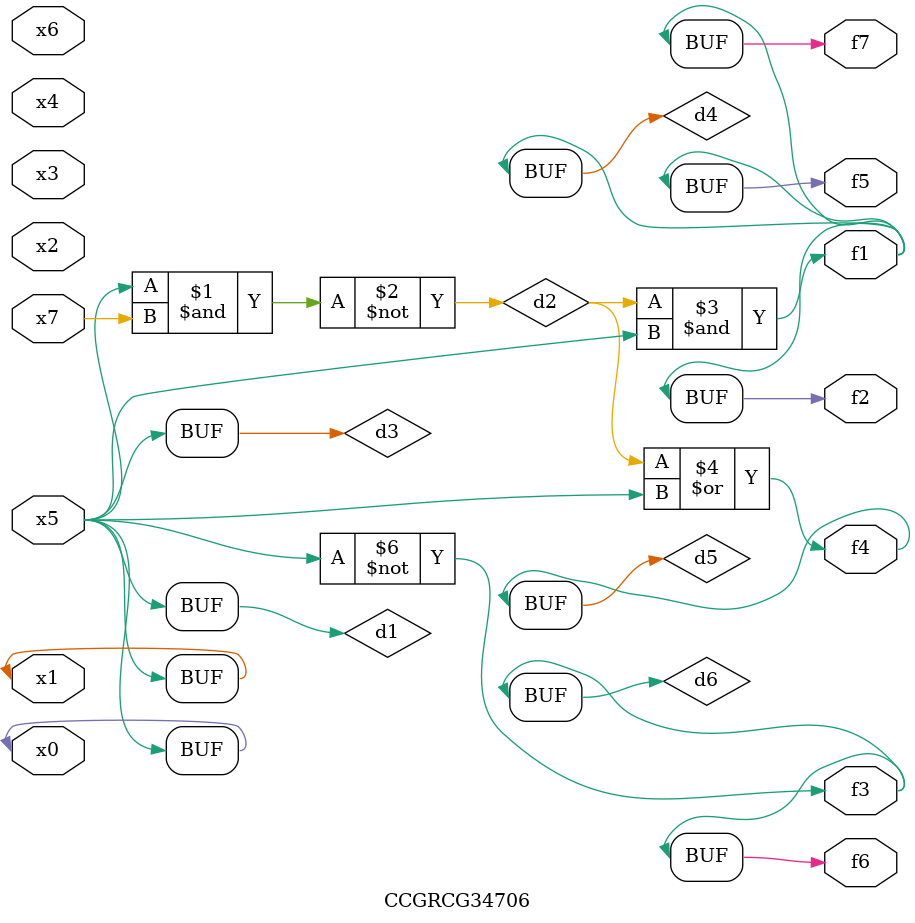
<source format=v>
module CCGRCG34706(
	input x0, x1, x2, x3, x4, x5, x6, x7,
	output f1, f2, f3, f4, f5, f6, f7
);

	wire d1, d2, d3, d4, d5, d6;

	buf (d1, x0, x5);
	nand (d2, x5, x7);
	buf (d3, x0, x1);
	and (d4, d2, d3);
	or (d5, d2, d3);
	nor (d6, d1, d3);
	assign f1 = d4;
	assign f2 = d4;
	assign f3 = d6;
	assign f4 = d5;
	assign f5 = d4;
	assign f6 = d6;
	assign f7 = d4;
endmodule

</source>
